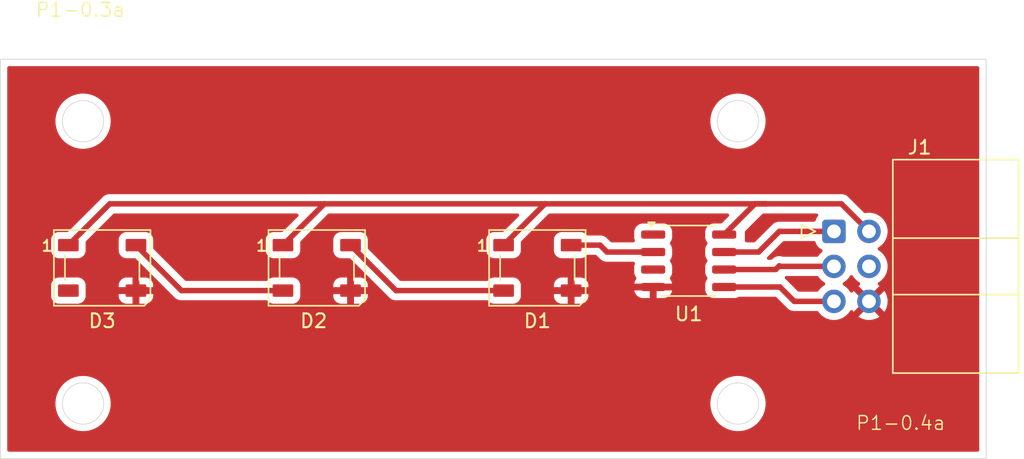
<source format=kicad_pcb>
(kicad_pcb (version 20241229) (generator "pcbnew") (generator_version "9.0")
  (layers (0 "F.Cu" signal) (2 "B.Cu" signal) (13 "F.Paste" user) (15 "B.Paste" user) (5 "F.SilkS" user "F.Silkscreen") (7 "B.SilkS" user "B.Silkscreen") (1 "F.Mask" user) (3 "B.Mask" user) (25 "Edge.Cuts" user))
  (property "Version" "P1-0.4a")
  (net 0 "")
  (net 1 "Net-(D1-DIN)")
  (net 2 "GND")
  (net 3 "+5V")
  (net 4 "Net-(D1-DOUT)")
  (net 5 "Net-(D2-DOUT)")
  (net 7 "SCK")
  (net 8 "SDA{slash}MOSI")
  (net 9 "SCL{slash}MISO")
  (footprint "Package_SO:SO-8_3.9x4.9mm_P1.27mm" (layer "F.Cu") (at 120.925 71.635)
    (property "Reference" "U1" (at 0 3.865 0) (layer "F.SilkS"))
    (property "Value" "ATtiny85V-10P")
    (fp_line (start 0 -2.56) (end -1.95 -2.56) (stroke (width 0.12)) (layer "F.SilkS"))
    (fp_line (start 0 -2.56) (end 1.95 -2.56) (stroke (width 0.12)) (layer "F.SilkS"))
    (fp_line (start 0 2.56) (end -1.95 2.56) (stroke (width 0.12)) (layer "F.SilkS"))
    (fp_line (start 0 2.56) (end 1.95 2.56) (stroke (width 0.12)) (layer "F.SilkS"))
    (fp_poly (pts (xy -2.7 -2.465) (xy -2.94 -2.795) (xy -2.46 -2.795)) (stroke (width 0.12)) (fill yes) (layer "F.SilkS"))
    (pad "1" smd roundrect (at -2.575 -1.905) (size 1.75 0.6) (layers "F.Cu" "F.Mask" "F.Paste"))
    (pad "2" smd roundrect (at -2.575 -0.635) (size 1.75 0.6) (layers "F.Cu" "F.Mask" "F.Paste") (net 1 "Net-(D1-DIN)"))
    (pad "3" smd roundrect (at -2.575 0.635) (size 1.75 0.6) (layers "F.Cu" "F.Mask" "F.Paste"))
    (pad "4" smd roundrect (at -2.575 1.905) (size 1.75 0.6) (layers "F.Cu" "F.Mask" "F.Paste") (net 2 "GND"))
    (pad "5" smd roundrect (at 2.575 1.905) (size 1.75 0.6) (layers "F.Cu" "F.Mask" "F.Paste") (net 8 "SDA{slash}MOSI"))
    (pad "6" smd roundrect (at 2.575 0.635) (size 1.75 0.6) (layers "F.Cu" "F.Mask" "F.Paste") (net 9 "SCL{slash}MISO"))
    (pad "7" smd roundrect (at 2.575 -0.635) (size 1.75 0.6) (layers "F.Cu" "F.Mask" "F.Paste") (net 7 "SCK"))
    (pad "8" smd roundrect (at 2.575 -1.905) (size 1.75 0.6) (layers "F.Cu" "F.Mask" "F.Paste") (net 3 "+5V"))
  )
  (footprint "Connector_IDC:IDC-Header_2x03_P2.54mm_Horizontal" (layer "F.Cu") (at 131.46 69.5)
    (property "Reference" "J1" (at 6.215 -6.1 0) (layer "F.SilkS"))
    (property "Value" "Conn_02x03")
    (fp_line (start -2.35 -0.5) (end -2.35 0.5) (stroke (width 0.12)) (layer "F.SilkS"))
    (fp_line (start -2.35 0.5) (end -1.35 0) (stroke (width 0.12)) (layer "F.SilkS"))
    (fp_line (start -1.35 0) (end -2.35 -0.5) (stroke (width 0.12)) (layer "F.SilkS"))
    (fp_line (start 4.27 -5.21) (end 13.39 -5.21) (stroke (width 0.12)) (layer "F.SilkS"))
    (fp_line (start 4.27 0.49) (end 13.39 0.49) (stroke (width 0.12)) (layer "F.SilkS"))
    (fp_line (start 4.27 4.59) (end 13.39 4.59) (stroke (width 0.12)) (layer "F.SilkS"))
    (fp_line (start 4.27 10.29) (end 4.27 -5.21) (stroke (width 0.12)) (layer "F.SilkS"))
    (fp_line (start 13.39 -5.21) (end 13.39 10.29) (stroke (width 0.12)) (layer "F.SilkS"))
    (fp_line (start 13.39 10.29) (end 4.27 10.29) (stroke (width 0.12)) (layer "F.SilkS"))
    (pad "1" thru_hole roundrect (at 0 0) (size 1.7 1.7) (drill 1) (layers "*.Cu" "*.Mask") (roundrect_rratio 0.147059) (net 7 "SCK"))
    (pad "2" thru_hole circle (at 2.54 0) (size 1.7 1.7) (drill 1) (layers "*.Cu" "*.Mask") (net 3 "+5V"))
    (pad "3" thru_hole circle (at 0 2.54) (size 1.7 1.7) (drill 1) (layers "*.Cu" "*.Mask") (net 9 "SCL{slash}MISO"))
    (pad "4" thru_hole circle (at 2.54 2.54) (size 1.7 1.7) (drill 1) (layers "*.Cu" "*.Mask"))
    (pad "5" thru_hole circle (at 0 5.08) (size 1.7 1.7) (drill 1) (layers "*.Cu" "*.Mask") (net 8 "SDA{slash}MOSI"))
    (pad "6" thru_hole circle (at 2.54 5.08) (size 1.7 1.7) (drill 1) (layers "*.Cu" "*.Mask") (net 2 "GND"))
  )
  (footprint "LED_SMD:LED_WS2812B_PLCC4_5.0x5.0mm_P3.2mm" (layer "F.Cu") (at 78.385 72.15)
    (property "Reference" "D3" (at 0 3.85 0) (layer "F.SilkS"))
    (property "Value" "WS2812B")
    (fp_line (start -3.5 -2.75) (end -3.5 2.75) (stroke (width 0.12)) (layer "F.SilkS"))
    (fp_line (start -3.5 -2.75) (end 3.5 -2.75) (stroke (width 0.12)) (layer "F.SilkS"))
    (fp_line (start -3.5 2.75) (end 3.05 2.75) (stroke (width 0.12)) (layer "F.SilkS"))
    (fp_line (start -2.7 0.9) (end -2.7 -0.9) (stroke (width 0.12)) (layer "F.SilkS"))
    (fp_line (start 2.7 0.9) (end 2.7 -0.9) (stroke (width 0.12)) (layer "F.SilkS"))
    (fp_line (start 3.05 2.75) (end 3.5 2.3) (stroke (width 0.12)) (layer "F.SilkS"))
    (fp_line (start 3.5 2.3) (end 3.5 -2.75) (stroke (width 0.12)) (layer "F.SilkS"))
    (fp_text user "1" (at -4 -1.6 0) (layer "F.SilkS") (effects (font (size 0.8 0.8))))
    (pad "1" smd roundrect (at -2.45 -1.65) (size 1.5 0.9) (layers "F.Cu" "F.Mask" "F.Paste") (roundrect_rratio 0.1) (net 3 "+5V"))
    (pad "2" smd roundrect (at -2.45 1.65) (size 1.5 0.9) (layers "F.Cu" "F.Mask" "F.Paste") (roundrect_rratio 0.1))
    (pad "3" smd roundrect (at 2.45 1.65) (size 1.5 0.9) (layers "F.Cu" "F.Mask" "F.Paste") (roundrect_rratio 0.1) (net 2 "GND"))
    (pad "4" smd roundrect (at 2.45 -1.65) (size 1.5 0.9) (layers "F.Cu" "F.Mask" "F.Paste") (roundrect_rratio 0.1) (net 5 "Net-(D2-DOUT)"))
  )
  (footprint "LED_SMD:LED_WS2812B_PLCC4_5.0x5.0mm_P3.2mm" (layer "F.Cu") (at 93.95 72.15)
    (property "Reference" "D2" (at -0.225 3.85 0) (layer "F.SilkS"))
    (property "Value" "WS2812B")
    (fp_line (start -3.5 -2.75) (end -3.5 2.75) (stroke (width 0.12)) (layer "F.SilkS"))
    (fp_line (start -3.5 -2.75) (end 3.5 -2.75) (stroke (width 0.12)) (layer "F.SilkS"))
    (fp_line (start -3.5 2.75) (end 3.05 2.75) (stroke (width 0.12)) (layer "F.SilkS"))
    (fp_line (start -2.7 0.9) (end -2.7 -0.9) (stroke (width 0.12)) (layer "F.SilkS"))
    (fp_line (start 2.7 0.9) (end 2.7 -0.9) (stroke (width 0.12)) (layer "F.SilkS"))
    (fp_line (start 3.05 2.75) (end 3.5 2.3) (stroke (width 0.12)) (layer "F.SilkS"))
    (fp_line (start 3.5 2.3) (end 3.5 -2.75) (stroke (width 0.12)) (layer "F.SilkS"))
    (fp_text user "1" (at -4 -1.6 0) (layer "F.SilkS") (effects (font (size 0.8 0.8))))
    (pad "1" smd roundrect (at -2.45 -1.65) (size 1.5 0.9) (layers "F.Cu" "F.Mask" "F.Paste") (roundrect_rratio 0.1) (net 3 "+5V"))
    (pad "2" smd roundrect (at -2.45 1.65) (size 1.5 0.9) (layers "F.Cu" "F.Mask" "F.Paste") (roundrect_rratio 0.1) (net 5 "Net-(D2-DOUT)"))
    (pad "3" smd roundrect (at 2.45 1.65) (size 1.5 0.9) (layers "F.Cu" "F.Mask" "F.Paste") (roundrect_rratio 0.1) (net 2 "GND"))
    (pad "4" smd roundrect (at 2.45 -1.65) (size 1.5 0.9) (layers "F.Cu" "F.Mask" "F.Paste") (roundrect_rratio 0.1) (net 4 "Net-(D1-DOUT)"))
  )
  (footprint "LED_SMD:LED_WS2812B_PLCC4_5.0x5.0mm_P3.2mm" (layer "F.Cu") (at 109.95 72.15)
    (property "Reference" "D1" (at 0 3.85 0) (layer "F.SilkS"))
    (property "Value" "WS2812B")
    (fp_line (start -3.5 -2.75) (end -3.5 2.75) (stroke (width 0.12)) (layer "F.SilkS"))
    (fp_line (start -3.5 -2.75) (end 3.5 -2.75) (stroke (width 0.12)) (layer "F.SilkS"))
    (fp_line (start -3.5 2.75) (end 3.05 2.75) (stroke (width 0.12)) (layer "F.SilkS"))
    (fp_line (start -2.7 0.9) (end -2.7 -0.9) (stroke (width 0.12)) (layer "F.SilkS"))
    (fp_line (start 2.7 0.9) (end 2.7 -0.9) (stroke (width 0.12)) (layer "F.SilkS"))
    (fp_line (start 3.05 2.75) (end 3.5 2.3) (stroke (width 0.12)) (layer "F.SilkS"))
    (fp_line (start 3.5 2.3) (end 3.5 -2.75) (stroke (width 0.12)) (layer "F.SilkS"))
    (fp_text user "1" (at -4 -1.6 0) (layer "F.SilkS") (effects (font (size 0.8 0.8))))
    (pad "1" smd roundrect (at -2.45 -1.65) (size 1.5 0.9) (layers "F.Cu" "F.Mask" "F.Paste") (roundrect_rratio 0.1) (net 3 "+5V"))
    (pad "2" smd roundrect (at -2.45 1.65) (size 1.5 0.9) (layers "F.Cu" "F.Mask" "F.Paste") (roundrect_rratio 0.1) (net 4 "Net-(D1-DOUT)"))
    (pad "3" smd roundrect (at 2.45 1.65) (size 1.5 0.9) (layers "F.Cu" "F.Mask" "F.Paste") (roundrect_rratio 0.1) (net 2 "GND"))
    (pad "4" smd roundrect (at 2.45 -1.65) (size 1.5 0.9) (layers "F.Cu" "F.Mask" "F.Paste") (roundrect_rratio 0.1) (net 1 "Net-(D1-DIN)"))
  )
  (gr_circle (center 124.5 61.5) (end 126 61.5) (stroke (width 0.05)) (fill no) (layer "Edge.Cuts"))
  (gr_circle (center 124.5 82) (end 126 82) (stroke (width 0.05)) (fill no) (layer "Edge.Cuts"))
  (gr_rect (start 71 57) (end 142.5 86) (stroke (width 0.05)) (fill no) (layer "Edge.Cuts"))
  (gr_circle (center 77 82) (end 78.5 82) (stroke (width 0.05)) (fill no) (layer "Edge.Cuts"))
  (gr_circle (center 77 61.5) (end 78.5 61.5) (stroke (width 0.05)) (fill no) (layer "Edge.Cuts"))
  (gr_text "P1-0.3a" (at 73.5 54 0) (layer "F.SilkS") (effects (font (size 1 1) (thickness 0.1)) (justify left bottom)))
  (gr_text "${Version}" (at 133 84 0) (layer "F.SilkS") (effects (font (size 1 1) (thickness 0.1)) (justify left bottom)))
  (segment (start 115 71) (end 114.5 70.5) (width 0.4) (layer "F.Cu") (net 1))
  (segment (start 118.35 71) (end 115 71) (width 0.4) (layer "F.Cu") (net 1))
  (segment (start 114.5 70.5) (end 112.4 70.5) (width 0.4) (layer "F.Cu") (net 1))
  (segment (start 100.5 77.9) (end 100.5 78) (width 0.2) (layer "F.Cu") (net 2))
  (segment (start 81.8 73.8) (end 80.835 73.8) (width 0.2) (layer "F.Cu") (net 2))
  (segment (start 94.5 67.5) (end 78.935 67.5) (width 0.4) (layer "F.Cu") (net 3))
  (segment (start 125.73 67.5) (end 123.5 69.73) (width 0.4) (layer "F.Cu") (net 3))
  (segment (start 94.5 67.5) (end 91.5 70.5) (width 0.4) (layer "F.Cu") (net 3))
  (segment (start 110.5 67.5) (end 94.5 67.5) (width 0.4) (layer "F.Cu") (net 3))
  (segment (start 126.5 67.5) (end 110.5 67.5) (width 0.4) (layer "F.Cu") (net 3))
  (segment (start 132 67.5) (end 126.5 67.5) (width 0.4) (layer "F.Cu") (net 3))
  (segment (start 110.5 67.5) (end 107.5 70.5) (width 0.4) (layer "F.Cu") (net 3))
  (segment (start 78.935 67.5) (end 75.935 70.5) (width 0.4) (layer "F.Cu") (net 3))
  (segment (start 126.5 67.5) (end 125.73 67.5) (width 0.4) (layer "F.Cu") (net 3))
  (segment (start 134 69.5) (end 132 67.5) (width 0.4) (layer "F.Cu") (net 3))
  (segment (start 107.5 73.8) (end 99.7 73.8) (width 0.4) (layer "F.Cu") (net 4))
  (segment (start 99.7 73.8) (end 96.4 70.5) (width 0.4) (layer "F.Cu") (net 4))
  (segment (start 84.135 73.8) (end 80.835 70.5) (width 0.4) (layer "F.Cu") (net 5))
  (segment (start 91.5 73.8) (end 84.135 73.8) (width 0.4) (layer "F.Cu") (net 5))
  (segment (start 127.5 69.5) (end 126 71) (width 0.4) (layer "F.Cu") (net 7))
  (segment (start 126 71) (end 123.5 71) (width 0.4) (layer "F.Cu") (net 7))
  (segment (start 131.46 69.5) (end 127.5 69.5) (width 0.4) (layer "F.Cu") (net 7))
  (segment (start 131.46 74.58) (end 128.58 74.58) (width 0.4) (layer "F.Cu") (net 8))
  (segment (start 128.58 74.58) (end 127.54 73.54) (width 0.4) (layer "F.Cu") (net 8))
  (segment (start 127.54 73.54) (end 123.5 73.54) (width 0.4) (layer "F.Cu") (net 8))
  (segment (start 127.23 72.27) (end 123.5 72.27) (width 0.4) (layer "F.Cu") (net 9))
  (segment (start 127.54 72.04) (end 127.5 72) (width 0.4) (layer "F.Cu") (net 9))
  (segment (start 127.5 72) (end 127.23 72.27) (width 0.4) (layer "F.Cu") (net 9))
  (segment (start 131.46 72.04) (end 127.54 72.04) (width 0.4) (layer "F.Cu") (net 9))
  (zone (net 0) (net_name "") (layer "F.Cu") (priority 1) (connect_pads (clearance 0.5)) (min_thickness 0.25) (fill yes (thermal_gap 0.5) (thermal_bridge_width 0.5) (island_removal_mode 1) (island_area_min 10))
    (polygon (pts (xy 125 69.5) (xy 126.5 68) (xy 131.5 68) (xy 131.46 74) (xy 128.5 74) (xy 128 73) (xy 125 73)))
  )
  (zone (net 2) (net_name "GND") (layer "F.Cu") (connect_pads (clearance 0.5)) (min_thickness 0.25) (fill yes (thermal_gap 0.5) (thermal_bridge_width 0.5))
    (polygon (pts (xy 71 57) (xy 71 85.5) (xy 142.5 86) (xy 142.5 57)))
  )
)
</source>
